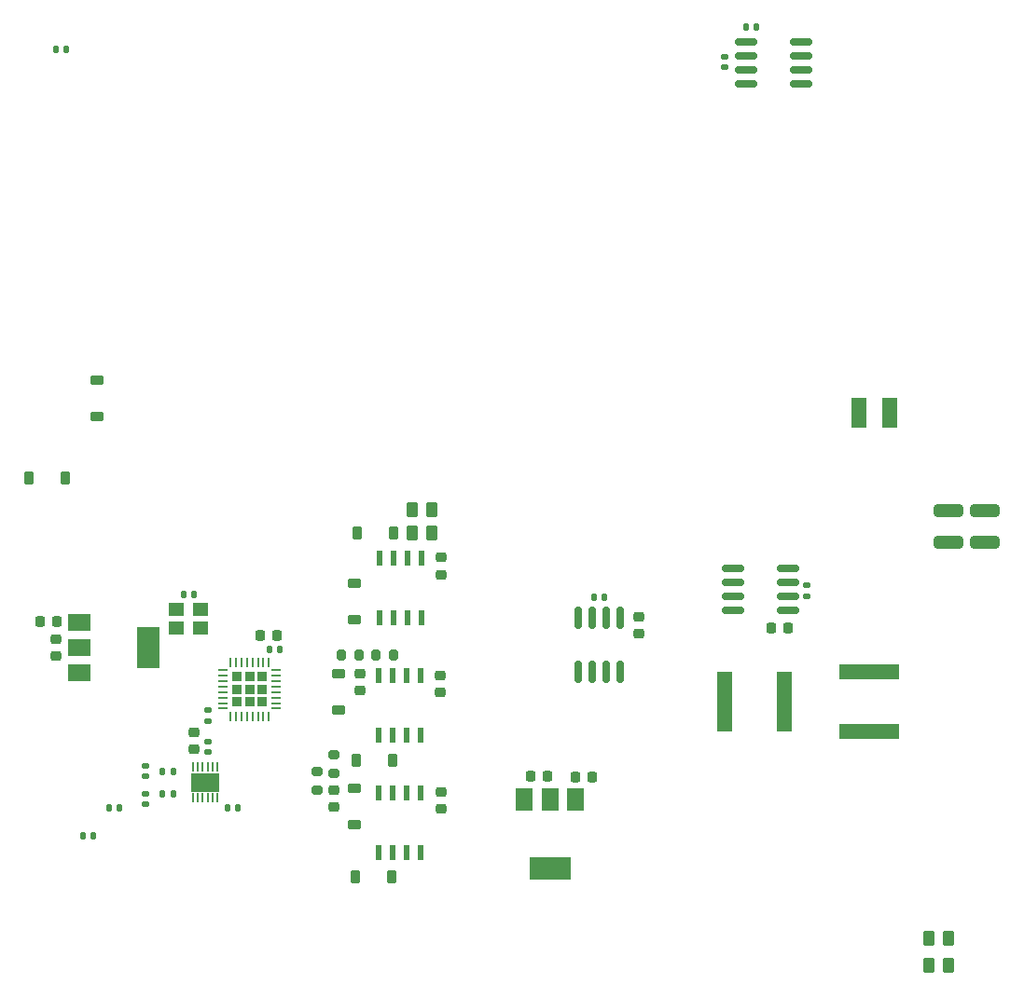
<source format=gbr>
%TF.GenerationSoftware,KiCad,Pcbnew,7.0.6*%
%TF.CreationDate,2024-02-06T22:27:34-07:00*%
%TF.ProjectId,Batt-Power-Prototype-2023_Lucy_V1,42617474-2d50-46f7-9765-722d50726f74,rev?*%
%TF.SameCoordinates,Original*%
%TF.FileFunction,Paste,Bot*%
%TF.FilePolarity,Positive*%
%FSLAX46Y46*%
G04 Gerber Fmt 4.6, Leading zero omitted, Abs format (unit mm)*
G04 Created by KiCad (PCBNEW 7.0.6) date 2024-02-06 22:27:34*
%MOMM*%
%LPD*%
G01*
G04 APERTURE LIST*
G04 Aperture macros list*
%AMRoundRect*
0 Rectangle with rounded corners*
0 $1 Rounding radius*
0 $2 $3 $4 $5 $6 $7 $8 $9 X,Y pos of 4 corners*
0 Add a 4 corners polygon primitive as box body*
4,1,4,$2,$3,$4,$5,$6,$7,$8,$9,$2,$3,0*
0 Add four circle primitives for the rounded corners*
1,1,$1+$1,$2,$3*
1,1,$1+$1,$4,$5*
1,1,$1+$1,$6,$7*
1,1,$1+$1,$8,$9*
0 Add four rect primitives between the rounded corners*
20,1,$1+$1,$2,$3,$4,$5,0*
20,1,$1+$1,$4,$5,$6,$7,0*
20,1,$1+$1,$6,$7,$8,$9,0*
20,1,$1+$1,$8,$9,$2,$3,0*%
G04 Aperture macros list end*
%ADD10RoundRect,0.225000X-0.250000X0.225000X-0.250000X-0.225000X0.250000X-0.225000X0.250000X0.225000X0*%
%ADD11RoundRect,0.250000X1.075000X-0.312500X1.075000X0.312500X-1.075000X0.312500X-1.075000X-0.312500X0*%
%ADD12RoundRect,0.225000X0.225000X0.250000X-0.225000X0.250000X-0.225000X-0.250000X0.225000X-0.250000X0*%
%ADD13RoundRect,0.225000X-0.225000X-0.250000X0.225000X-0.250000X0.225000X0.250000X-0.225000X0.250000X0*%
%ADD14RoundRect,0.225000X0.225000X0.375000X-0.225000X0.375000X-0.225000X-0.375000X0.225000X-0.375000X0*%
%ADD15RoundRect,0.140000X-0.140000X-0.170000X0.140000X-0.170000X0.140000X0.170000X-0.140000X0.170000X0*%
%ADD16R,5.400000X1.375600*%
%ADD17R,0.558800X1.460500*%
%ADD18RoundRect,0.150000X-0.825000X-0.150000X0.825000X-0.150000X0.825000X0.150000X-0.825000X0.150000X0*%
%ADD19R,1.400000X1.200000*%
%ADD20RoundRect,0.250000X-1.075000X0.312500X-1.075000X-0.312500X1.075000X-0.312500X1.075000X0.312500X0*%
%ADD21R,1.500000X2.000000*%
%ADD22R,3.800000X2.000000*%
%ADD23RoundRect,0.250000X-0.262500X-0.450000X0.262500X-0.450000X0.262500X0.450000X-0.262500X0.450000X0*%
%ADD24RoundRect,0.225000X0.250000X-0.225000X0.250000X0.225000X-0.250000X0.225000X-0.250000X-0.225000X0*%
%ADD25RoundRect,0.140000X0.170000X-0.140000X0.170000X0.140000X-0.170000X0.140000X-0.170000X-0.140000X0*%
%ADD26R,0.228600X0.812800*%
%ADD27R,2.540000X1.651000*%
%ADD28RoundRect,0.140000X0.140000X0.170000X-0.140000X0.170000X-0.140000X-0.170000X0.140000X-0.170000X0*%
%ADD29RoundRect,0.150000X0.825000X0.150000X-0.825000X0.150000X-0.825000X-0.150000X0.825000X-0.150000X0*%
%ADD30RoundRect,0.250000X0.262500X0.450000X-0.262500X0.450000X-0.262500X-0.450000X0.262500X-0.450000X0*%
%ADD31RoundRect,0.140000X-0.170000X0.140000X-0.170000X-0.140000X0.170000X-0.140000X0.170000X0.140000X0*%
%ADD32RoundRect,0.200000X0.200000X0.275000X-0.200000X0.275000X-0.200000X-0.275000X0.200000X-0.275000X0*%
%ADD33R,1.375600X5.400000*%
%ADD34RoundRect,0.200000X-0.275000X0.200000X-0.275000X-0.200000X0.275000X-0.200000X0.275000X0.200000X0*%
%ADD35RoundRect,0.225000X-0.375000X0.225000X-0.375000X-0.225000X0.375000X-0.225000X0.375000X0.225000X0*%
%ADD36RoundRect,0.135000X0.135000X0.185000X-0.135000X0.185000X-0.135000X-0.185000X0.135000X-0.185000X0*%
%ADD37RoundRect,0.200000X0.275000X-0.200000X0.275000X0.200000X-0.275000X0.200000X-0.275000X-0.200000X0*%
%ADD38RoundRect,0.225000X0.375000X-0.225000X0.375000X0.225000X-0.375000X0.225000X-0.375000X-0.225000X0*%
%ADD39RoundRect,0.232500X-0.232500X-0.232500X0.232500X-0.232500X0.232500X0.232500X-0.232500X0.232500X0*%
%ADD40RoundRect,0.062500X-0.375000X-0.062500X0.375000X-0.062500X0.375000X0.062500X-0.375000X0.062500X0*%
%ADD41RoundRect,0.062500X-0.062500X-0.375000X0.062500X-0.375000X0.062500X0.375000X-0.062500X0.375000X0*%
%ADD42R,1.370000X2.720000*%
%ADD43R,2.000000X1.500000*%
%ADD44R,2.000000X3.800000*%
%ADD45RoundRect,0.150000X0.150000X-0.825000X0.150000X0.825000X-0.150000X0.825000X-0.150000X-0.825000X0*%
G04 APERTURE END LIST*
%TO.C,U2*%
G36*
X113294999Y-136178500D02*
G01*
X112224999Y-136178500D01*
X112224999Y-134727500D01*
X113294999Y-134727500D01*
X113294999Y-136178500D01*
G37*
G36*
X112024999Y-136178500D02*
G01*
X110954999Y-136178500D01*
X110954999Y-134727500D01*
X112024999Y-134727500D01*
X112024999Y-136178500D01*
G37*
%TD*%
D10*
%TO.C,C43*%
X123800000Y-136125000D03*
X123800000Y-137675000D03*
%TD*%
D11*
%TO.C,R10*%
X179600000Y-113662500D03*
X179600000Y-110737500D03*
%TD*%
D12*
%TO.C,C18*%
X98642500Y-120800500D03*
X97092500Y-120800500D03*
%TD*%
D13*
%TO.C,C23*%
X145725000Y-135000000D03*
X147275000Y-135000000D03*
%TD*%
D14*
%TO.C,D19*%
X129050000Y-144000000D03*
X125750000Y-144000000D03*
%TD*%
D15*
%TO.C,C11*%
X103370000Y-137800000D03*
X104330000Y-137800000D03*
%TD*%
D16*
%TO.C,C22*%
X172400000Y-125382200D03*
X172400000Y-130817800D03*
%TD*%
D17*
%TO.C,U14*%
X131705000Y-141824150D03*
X130435000Y-141824150D03*
X129165000Y-141824150D03*
X127895000Y-141824150D03*
X127895000Y-136375850D03*
X129165000Y-136375850D03*
X130435000Y-136375850D03*
X131705000Y-136375850D03*
%TD*%
D18*
%TO.C,U11*%
X160050000Y-119810000D03*
X160050000Y-118540000D03*
X160050000Y-117270000D03*
X160050000Y-116000000D03*
X165000000Y-116000000D03*
X165000000Y-117270000D03*
X165000000Y-118540000D03*
X165000000Y-119810000D03*
%TD*%
D19*
%TO.C,U1*%
X109450000Y-119750000D03*
X111650000Y-119750000D03*
X111650000Y-121450000D03*
X109450000Y-121450000D03*
%TD*%
D20*
%TO.C,R11*%
X182900000Y-110737500D03*
X182900000Y-113662500D03*
%TD*%
D14*
%TO.C,D7*%
X99450000Y-107800000D03*
X96150000Y-107800000D03*
%TD*%
D17*
%TO.C,U15*%
X131755000Y-120524150D03*
X130485000Y-120524150D03*
X129215000Y-120524150D03*
X127945000Y-120524150D03*
X127945000Y-115075850D03*
X129215000Y-115075850D03*
X130485000Y-115075850D03*
X131755000Y-115075850D03*
%TD*%
%TO.C,U13*%
X131705000Y-131174150D03*
X130435000Y-131174150D03*
X129165000Y-131174150D03*
X127895000Y-131174150D03*
X127895000Y-125725850D03*
X129165000Y-125725850D03*
X130435000Y-125725850D03*
X131705000Y-125725850D03*
%TD*%
D21*
%TO.C,U6*%
X141100000Y-137000000D03*
X143400000Y-137000000D03*
D22*
X143400000Y-143300000D03*
D21*
X145700000Y-137000000D03*
%TD*%
D23*
%TO.C,R30*%
X130900000Y-112800000D03*
X132725000Y-112800000D03*
%TD*%
D24*
%TO.C,C46*%
X151451000Y-121972000D03*
X151451000Y-120422000D03*
%TD*%
D10*
%TO.C,C42*%
X126150000Y-125575000D03*
X126150000Y-127125000D03*
%TD*%
D25*
%TO.C,C7*%
X112350000Y-132730000D03*
X112350000Y-131770000D03*
%TD*%
D23*
%TO.C,R13*%
X177787500Y-149600000D03*
X179612500Y-149600000D03*
%TD*%
D26*
%TO.C,U2*%
X110999997Y-134056000D03*
X111449999Y-134056000D03*
X111899998Y-134056000D03*
X112350000Y-134056000D03*
X112799999Y-134056000D03*
X113249998Y-134056000D03*
X113250001Y-136850000D03*
X112799999Y-136850000D03*
X112350000Y-136850000D03*
X111899998Y-136850000D03*
X111449999Y-136850000D03*
X111000000Y-136850000D03*
D27*
X112124999Y-135453000D03*
%TD*%
D28*
%TO.C,C48*%
X148375000Y-118657000D03*
X147415000Y-118657000D03*
%TD*%
D29*
%TO.C,U12*%
X166174000Y-68199000D03*
X166174000Y-69469000D03*
X166174000Y-70739000D03*
X166174000Y-72009000D03*
X161224000Y-72009000D03*
X161224000Y-70739000D03*
X161224000Y-69469000D03*
X161224000Y-68199000D03*
%TD*%
D30*
%TO.C,R29*%
X132712500Y-110700000D03*
X130887500Y-110700000D03*
%TD*%
D12*
%TO.C,C3*%
X118662000Y-122071500D03*
X117112000Y-122071500D03*
%TD*%
D31*
%TO.C,C45*%
X159254000Y-69525000D03*
X159254000Y-70485000D03*
%TD*%
D10*
%TO.C,C49*%
X133500000Y-136325000D03*
X133500000Y-137875000D03*
%TD*%
D14*
%TO.C,D20*%
X129200000Y-112800000D03*
X125900000Y-112800000D03*
%TD*%
D28*
%TO.C,C6*%
X118916000Y-123341500D03*
X117956000Y-123341500D03*
%TD*%
%TO.C,C55*%
X99500000Y-68850000D03*
X98540000Y-68850000D03*
%TD*%
D31*
%TO.C,C4*%
X112400000Y-128920000D03*
X112400000Y-129880000D03*
%TD*%
D32*
%TO.C,R27*%
X126125000Y-123900000D03*
X124475000Y-123900000D03*
%TD*%
D24*
%TO.C,C5*%
X111100000Y-132475000D03*
X111100000Y-130925000D03*
%TD*%
D25*
%TO.C,C44*%
X166703000Y-118512000D03*
X166703000Y-117552000D03*
%TD*%
D31*
%TO.C,C10*%
X106700000Y-133970000D03*
X106700000Y-134930000D03*
%TD*%
D33*
%TO.C,C21*%
X164717800Y-128100000D03*
X159282200Y-128100000D03*
%TD*%
D28*
%TO.C,C41*%
X162180000Y-66850000D03*
X161220000Y-66850000D03*
%TD*%
D30*
%TO.C,R14*%
X179612500Y-152100000D03*
X177787500Y-152100000D03*
%TD*%
D12*
%TO.C,C40*%
X165065000Y-121461000D03*
X163515000Y-121461000D03*
%TD*%
D14*
%TO.C,D18*%
X129150000Y-133450000D03*
X125850000Y-133450000D03*
%TD*%
D34*
%TO.C,R26*%
X123800000Y-132950000D03*
X123800000Y-134600000D03*
%TD*%
D35*
%TO.C,D16*%
X124200000Y-125550000D03*
X124200000Y-128850000D03*
%TD*%
D10*
%TO.C,C17*%
X98586500Y-122436500D03*
X98586500Y-123986500D03*
%TD*%
D25*
%TO.C,C9*%
X106700000Y-137430000D03*
X106700000Y-136470000D03*
%TD*%
D28*
%TO.C,C2*%
X101980000Y-140300000D03*
X101020000Y-140300000D03*
%TD*%
D35*
%TO.C,D21*%
X125700000Y-117350000D03*
X125700000Y-120650000D03*
%TD*%
D28*
%TO.C,C8*%
X111130000Y-118350000D03*
X110170000Y-118350000D03*
%TD*%
D36*
%TO.C,R4*%
X109210000Y-134500000D03*
X108190000Y-134500000D03*
%TD*%
D37*
%TO.C,R28*%
X122300000Y-136125000D03*
X122300000Y-134475000D03*
%TD*%
D35*
%TO.C,D17*%
X125700000Y-136000000D03*
X125700000Y-139300000D03*
%TD*%
D38*
%TO.C,D6*%
X102300000Y-102250000D03*
X102300000Y-98950000D03*
%TD*%
D12*
%TO.C,C20*%
X143175000Y-134900000D03*
X141625000Y-134900000D03*
%TD*%
D15*
%TO.C,C1*%
X114120000Y-137800000D03*
X115080000Y-137800000D03*
%TD*%
D39*
%TO.C,U3*%
X115000000Y-125850000D03*
X115000000Y-127000000D03*
X115000000Y-128150000D03*
X116150000Y-125850000D03*
X116150000Y-127000000D03*
X116150000Y-128150000D03*
X117300000Y-125850000D03*
X117300000Y-127000000D03*
X117300000Y-128150000D03*
D40*
X113712500Y-128750000D03*
X113712500Y-128250000D03*
X113712500Y-127750000D03*
X113712500Y-127250000D03*
X113712500Y-126750000D03*
X113712500Y-126250000D03*
X113712500Y-125750000D03*
X113712500Y-125250000D03*
D41*
X114400000Y-124562500D03*
X114900000Y-124562500D03*
X115400000Y-124562500D03*
X115900000Y-124562500D03*
X116400000Y-124562500D03*
X116900000Y-124562500D03*
X117400000Y-124562500D03*
X117900000Y-124562500D03*
D40*
X118587500Y-125250000D03*
X118587500Y-125750000D03*
X118587500Y-126250000D03*
X118587500Y-126750000D03*
X118587500Y-127250000D03*
X118587500Y-127750000D03*
X118587500Y-128250000D03*
X118587500Y-128750000D03*
D41*
X117900000Y-129437500D03*
X117400000Y-129437500D03*
X116900000Y-129437500D03*
X116400000Y-129437500D03*
X115900000Y-129437500D03*
X115400000Y-129437500D03*
X114900000Y-129437500D03*
X114400000Y-129437500D03*
%TD*%
D42*
%TO.C,C54*%
X171458000Y-101900000D03*
X174300000Y-101900000D03*
%TD*%
D32*
%TO.C,R25*%
X129225000Y-123900000D03*
X127575000Y-123900000D03*
%TD*%
D36*
%TO.C,R3*%
X109260000Y-136500000D03*
X108240000Y-136500000D03*
%TD*%
D10*
%TO.C,C50*%
X133500000Y-115025000D03*
X133500000Y-116575000D03*
%TD*%
D43*
%TO.C,U5*%
X100686500Y-125513500D03*
X100686500Y-123213500D03*
D44*
X106986500Y-123213500D03*
D43*
X100686500Y-120913500D03*
%TD*%
D10*
%TO.C,C47*%
X133450000Y-125725000D03*
X133450000Y-127275000D03*
%TD*%
D45*
%TO.C,U16*%
X149800000Y-125450000D03*
X148530000Y-125450000D03*
X147260000Y-125450000D03*
X145990000Y-125450000D03*
X145990000Y-120500000D03*
X147260000Y-120500000D03*
X148530000Y-120500000D03*
X149800000Y-120500000D03*
%TD*%
M02*

</source>
